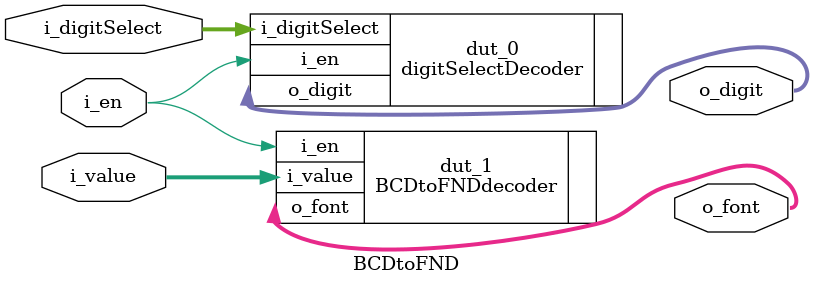
<source format=v>
`timescale 1ns / 1ps

module BCDtoFND(
    input [1:0] i_digitSelect,
    input [3:0] i_value,
    input i_en,

    output [3:0] o_digit,
    output [7:0] o_font
    );

    digitSelectDecoder dut_0(
        .i_digitSelect(i_digitSelect),
        .i_en(i_en),
        .o_digit(o_digit)
    );

    BCDtoFNDdecoder dut_1(
        .i_value(i_value),
        .i_en(i_en),
        .o_font(o_font)
    );

endmodule

</source>
